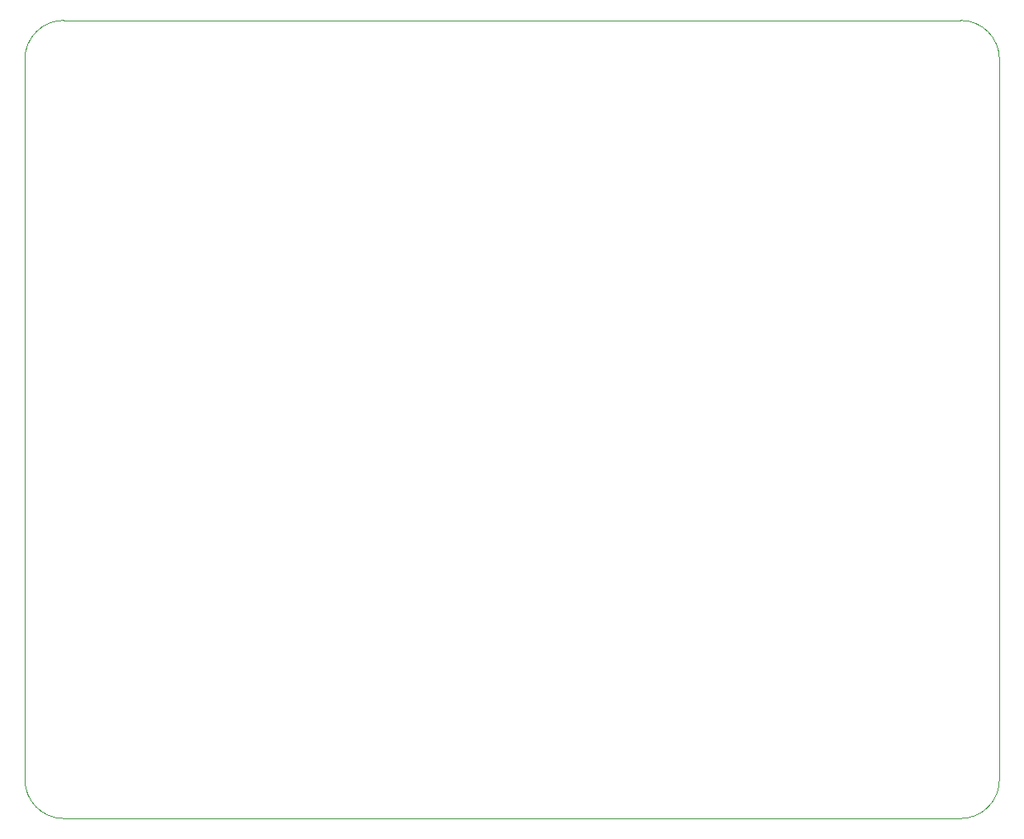
<source format=gbr>
%TF.GenerationSoftware,KiCad,Pcbnew,6.0.10-86aedd382b~118~ubuntu18.04.1*%
%TF.CreationDate,2024-06-09T23:27:39-03:00*%
%TF.ProjectId,salt_ihm,73616c74-5f69-4686-9d2e-6b696361645f,1.5*%
%TF.SameCoordinates,Original*%
%TF.FileFunction,Profile,NP*%
%FSLAX46Y46*%
G04 Gerber Fmt 4.6, Leading zero omitted, Abs format (unit mm)*
G04 Created by KiCad (PCBNEW 6.0.10-86aedd382b~118~ubuntu18.04.1) date 2024-06-09 23:27:39*
%MOMM*%
%LPD*%
G01*
G04 APERTURE LIST*
%TA.AperFunction,Profile*%
%ADD10C,0.100000*%
%TD*%
G04 APERTURE END LIST*
D10*
X217000000Y-63000000D02*
X217000000Y-137000000D01*
X117000000Y-137000000D02*
G75*
G03*
X121000000Y-141000000I4000000J0D01*
G01*
X117000000Y-137000000D02*
X117000000Y-63000000D01*
X213000000Y-141000000D02*
X121000000Y-141000000D01*
X121000000Y-59000000D02*
X213000000Y-59000000D01*
X217000000Y-63000000D02*
G75*
G03*
X213000000Y-59000000I-4000000J0D01*
G01*
X121000000Y-59000000D02*
G75*
G03*
X117000000Y-63000000I0J-4000000D01*
G01*
X213000000Y-141000000D02*
G75*
G03*
X217000000Y-137000000I0J4000000D01*
G01*
M02*

</source>
